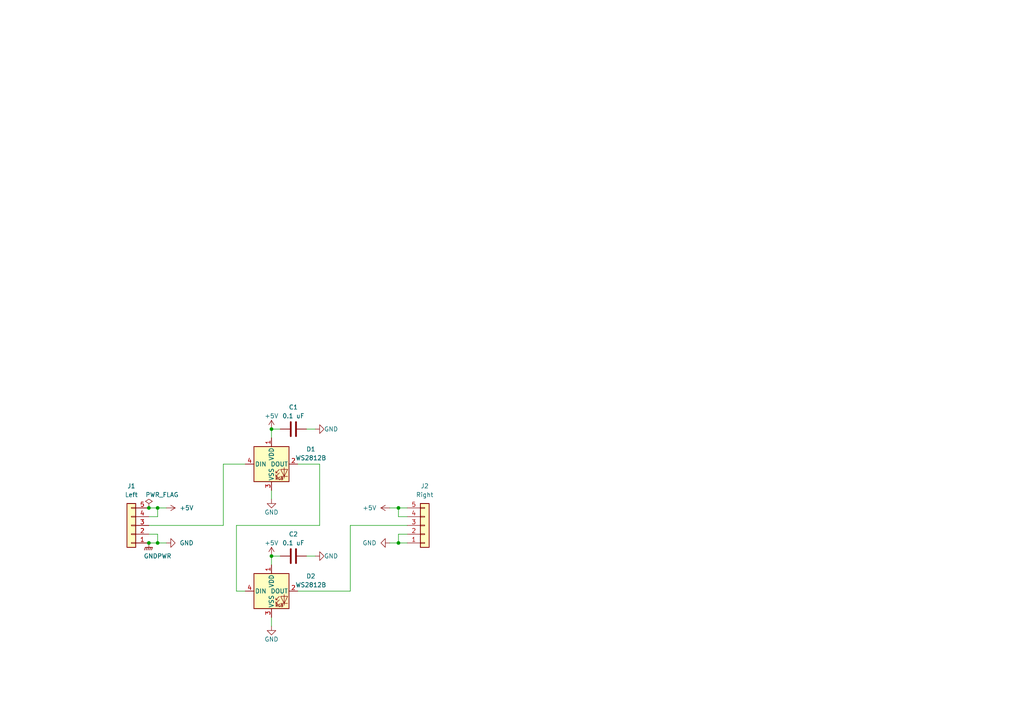
<source format=kicad_sch>
(kicad_sch (version 20211123) (generator eeschema)
  (paper "A4")
  (title_block (title "Tick Pass-Through Board") (rev "0.1"))
  (lib_symbols
    (symbol "Connector_Generic:Conn_01x05" (pin_names (offset 1.016) hide)
      (property "Reference" "J" (at 0 7.62 0))
      (property "Value" "Conn_01x05" (at 0 -7.62 0))
      (symbol "Conn_01x05_1_1"
        (rectangle (start -1.27 -4.953) (end 0 -5.207) (stroke (width 0.1524)))
        (rectangle (start -1.27 -2.413) (end 0 -2.667) (stroke (width 0.1524)))
        (rectangle (start -1.27 0.127) (end 0 -0.127) (stroke (width 0.1524)))
        (rectangle (start -1.27 2.667) (end 0 2.413) (stroke (width 0.1524)))
        (rectangle (start -1.27 5.207) (end 0 4.953) (stroke (width 0.1524)))
        (rectangle (start -1.27 6.35) (end 1.27 -6.35) (stroke (width 0.254)) (fill (type background)))
        (pin passive line (at -5.08 5.08 0) (length 3.81) (name "Pin_1") (number "1"))
        (pin passive line (at -5.08 2.54 0) (length 3.81) (name "Pin_2") (number "2"))
        (pin passive line (at -5.08 0 0) (length 3.81) (name "Pin_3") (number "3"))
        (pin passive line (at -5.08 -2.54 0) (length 3.81) (name "Pin_4") (number "4"))
        (pin passive line (at -5.08 -5.08 0) (length 3.81) (name "Pin_5") (number "5"))
      )
    )
    (symbol "Device:C" (pin_numbers hide) (pin_names (offset 0.254))
      (property "Reference" "C" (at 0.635 2.54 0))
      (property "Value" "C" (at 0.635 -2.54 0))
      (symbol "C_0_1"
        (polyline (pts (xy -2.032 -0.762) (xy 2.032 -0.762)) (stroke (width 0.508)))
        (polyline (pts (xy -2.032 0.762) (xy 2.032 0.762)) (stroke (width 0.508)))
      )
      (symbol "C_1_1"
        (pin passive line (at 0 3.81 270) (length 2.794) (name "~") (number "1"))
        (pin passive line (at 0 -3.81 90) (length 2.794) (name "~") (number "2"))
      )
    )
    (symbol "LED:WS2812B" (pin_names (offset 0.254))
      (property "Reference" "D" (at 5.08 5.715 0))
      (property "Value" "WS2812B" (at 1.27 -5.715 0))
      (symbol "WS2812B_0_0"
        (text "RGB" (at 2.286 -4.191 0) (effects (font (size 0.762 0.762))))
      )
      (symbol "WS2812B_0_1"
        (polyline (pts (xy 1.27 -3.556) (xy 1.778 -3.556)))
        (polyline (pts (xy 1.27 -2.54) (xy 1.778 -2.54)))
        (polyline (pts (xy 4.699 -3.556) (xy 2.667 -3.556)))
        (polyline (pts (xy 2.286 -2.54) (xy 1.27 -3.556) (xy 1.27 -3.048)))
        (polyline (pts (xy 2.286 -1.524) (xy 1.27 -2.54) (xy 1.27 -2.032)))
        (polyline (pts (xy 3.683 -1.016) (xy 3.683 -3.556) (xy 3.683 -4.064)))
        (polyline (pts (xy 4.699 -1.524) (xy 2.667 -1.524) (xy 3.683 -3.556) (xy 4.699 -1.524)))
        (rectangle (start 5.08 5.08) (end -5.08 -5.08) (stroke (width 0.254)) (fill (type background)))
      )
      (symbol "WS2812B_1_1"
        (pin power_in line (at 0 7.62 270) (length 2.54) (name "VDD") (number "1"))
        (pin output line (at 7.62 0 180) (length 2.54) (name "DOUT") (number "2"))
        (pin power_in line (at 0 -7.62 90) (length 2.54) (name "VSS") (number "3"))
        (pin input line (at -7.62 0 0) (length 2.54) (name "DIN") (number "4"))
      )
    )
    (symbol "power:+5V" (power) (pin_names (offset 0))
      (property "Value" "+5V" (at 0 3.556 0))
      (symbol "+5V_0_1"
        (polyline (pts (xy -0.762 1.27) (xy 0 2.54)))
        (polyline (pts (xy 0 0) (xy 0 2.54)))
        (polyline (pts (xy 0 2.54) (xy 0.762 1.27)))
      )
      (symbol "+5V_1_1"
        (pin power_in line (at 0 0 90) (length 0) hide (name "+5V") (number "1"))
      )
    )
    (symbol "power:GND" (power) (pin_names (offset 0))
      (property "Value" "GND" (at 0 -3.81 0))
      (symbol "GND_0_1"
        (polyline (pts (xy 0 0) (xy 0 -1.27) (xy 1.27 -1.27) (xy 0 -2.54) (xy -1.27 -1.27) (xy 0 -1.27)))
      )
      (symbol "GND_1_1"
        (pin power_in line (at 0 0 270) (length 0) hide (name "GND") (number "1"))
      )
    )
    (symbol "power:GNDPWR" (power) (pin_names (offset 0))
      (property "Value" "GNDPWR" (at 0 -3.302 0))
      (symbol "GNDPWR_0_1"
        (polyline (pts (xy 0 -1.27) (xy 0 0)))
        (polyline (pts (xy -1.016 -1.27) (xy -1.27 -2.032) (xy -1.27 -2.032)) (stroke (width 0.2032)))
        (polyline (pts (xy -0.508 -1.27) (xy -0.762 -2.032) (xy -0.762 -2.032)) (stroke (width 0.2032)))
        (polyline (pts (xy 0 -1.27) (xy -0.254 -2.032) (xy -0.254 -2.032)) (stroke (width 0.2032)))
        (polyline (pts (xy 0.508 -1.27) (xy 0.254 -2.032) (xy 0.254 -2.032)) (stroke (width 0.2032)))
        (polyline (pts (xy 1.016 -1.27) (xy -1.016 -1.27) (xy -1.016 -1.27)) (stroke (width 0.2032)))
        (polyline (pts (xy 1.016 -1.27) (xy 0.762 -2.032) (xy 0.762 -2.032) (xy 0.762 -2.032)) (stroke (width 0.2032)))
      )
      (symbol "GNDPWR_1_1"
        (pin power_in line (at 0 0 270) (length 0) hide (name "GNDPWR") (number "1"))
      )
    )
    (symbol "power:PWR_FLAG" (power) (pin_numbers hide) (pin_names (offset 0) hide)
      (property "Value" "PWR_FLAG" (at 0 3.81 0))
      (symbol "PWR_FLAG_0_0"
        (pin power_out line (at 0 0 90) (length 0) (name "pwr") (number "1"))
      )
      (symbol "PWR_FLAG_0_1"
        (polyline (pts (xy 0 0) (xy 0 1.27) (xy -1.016 1.905) (xy 0 2.54) (xy 1.016 1.905) (xy 0 1.27)))
      )
    )
  )
  (junction (at 43.18 157.48))
  (junction (at 115.57 147.32))
  (junction (at 45.72 147.32))
  (junction (at 45.72 157.48))
  (junction (at 115.57 157.48))
  (junction (at 43.18 147.32))
  (junction (at 78.74 161.29))
  (junction (at 78.74 124.46))
  (wire (pts (xy 43.18 149.86) (xy 45.72 149.86)))
  (wire (pts (xy 43.18 157.48) (xy 45.72 157.48)))
  (wire (pts (xy 78.74 179.07) (xy 78.74 181.61)))
  (wire (pts (xy 88.9 124.46) (xy 91.44 124.46)))
  (wire (pts (xy 101.6 152.4) (xy 118.11 152.4)))
  (wire (pts (xy 115.57 154.94) (xy 115.57 157.48)))
  (wire (pts (xy 86.36 134.62) (xy 92.71 134.62)))
  (wire (pts (xy 115.57 147.32) (xy 118.11 147.32)))
  (wire (pts (xy 64.77 152.4) (xy 64.77 134.62)))
  (wire (pts (xy 113.03 147.32) (xy 115.57 147.32)))
  (wire (pts (xy 78.74 161.29) (xy 81.28 161.29)))
  (wire (pts (xy 118.11 154.94) (xy 115.57 154.94)))
  (wire (pts (xy 43.18 154.94) (xy 45.72 154.94)))
  (wire (pts (xy 88.9 161.29) (xy 91.44 161.29)))
  (wire (pts (xy 45.72 147.32) (xy 48.26 147.32)))
  (wire (pts (xy 92.71 152.4) (xy 68.58 152.4)))
  (wire (pts (xy 86.36 171.45) (xy 101.6 171.45)))
  (wire (pts (xy 68.58 171.45) (xy 71.12 171.45)))
  (wire (pts (xy 118.11 149.86) (xy 115.57 149.86)))
  (wire (pts (xy 43.18 147.32) (xy 45.72 147.32)))
  (wire (pts (xy 101.6 171.45) (xy 101.6 152.4)))
  (wire (pts (xy 45.72 157.48) (xy 48.26 157.48)))
  (wire (pts (xy 68.58 152.4) (xy 68.58 171.45)))
  (wire (pts (xy 43.18 152.4) (xy 64.77 152.4)))
  (wire (pts (xy 115.57 157.48) (xy 118.11 157.48)))
  (wire (pts (xy 45.72 149.86) (xy 45.72 147.32)))
  (wire (pts (xy 64.77 134.62) (xy 71.12 134.62)))
  (wire (pts (xy 92.71 134.62) (xy 92.71 152.4)))
  (wire (pts (xy 78.74 142.24) (xy 78.74 144.78)))
  (wire (pts (xy 113.03 157.48) (xy 115.57 157.48)))
  (wire (pts (xy 78.74 124.46) (xy 81.28 124.46)))
  (wire (pts (xy 78.74 124.46) (xy 78.74 127)))
  (wire (pts (xy 45.72 154.94) (xy 45.72 157.48)))
  (wire (pts (xy 115.57 149.86) (xy 115.57 147.32)))
  (wire (pts (xy 78.74 161.29) (xy 78.74 163.83)))
  (symbol (lib_id "power:+5V") (at 78.74 124.46 0) (unit 1)
    (property "Reference" "#PWR03" (effects hide))
    (property "Value" "+5V" (at 78.74 120.65 0))
  )
  (symbol (lib_id "power:+5V") (at 48.26 147.32 270) (unit 1)
    (property "Reference" "#PWR01" (effects hide))
    (property "Value" "+5V" (at 52.07 147.3199 90) (effects (justify left)))
  )
  (symbol (lib_id "LED:WS2812B") (at 78.74 171.45 0) (unit 1)
    (property "Reference" "D2" (at 90.17 167.1193 0))
    (property "Value" "WS2812B" (at 90.17 169.6593 0))
    (property "Footprint" "LED_SMD:LED_WS2812B_PLCC4_5.0x5.0mm_P3.2mm" (effects hide))
    (property "Datasheet" "https://cdn-shop.adafruit.com/datasheets/WS2812B.pdf" (effects hide))
  )
  (symbol (lib_id "LED:WS2812B") (at 78.74 134.62 0) (unit 1)
    (property "Reference" "D1" (at 90.17 130.2893 0))
    (property "Value" "WS2812B" (at 90.17 132.8293 0))
    (property "Footprint" "LED_SMD:LED_WS2812B_PLCC4_5.0x5.0mm_P3.2mm" (effects hide))
    (property "Datasheet" "https://cdn-shop.adafruit.com/datasheets/WS2812B.pdf" (effects hide))
  )
  (symbol (lib_id "power:+5V") (at 78.74 161.29 0) (unit 1)
    (property "Reference" "#PWR05" (effects hide))
    (property "Value" "+5V" (at 78.74 157.48 0))
  )
  (symbol (lib_id "power:GND") (at 78.74 181.61 0) (unit 1)
    (property "Reference" "#PWR06" (effects hide))
    (property "Value" "GND" (at 78.74 185.42 0))
  )
  (symbol (lib_id "power:GND") (at 78.74 144.78 0) (unit 1)
    (property "Reference" "#PWR04" (effects hide))
    (property "Value" "GND" (at 78.74 148.59 0))
  )
  (symbol (lib_id "power:GND") (at 91.44 124.46 90) (unit 1)
    (property "Reference" "#PWR07" (effects hide))
    (property "Value" "GND" (at 93.98 124.46 90) (effects (justify right)))
  )
  (symbol (lib_id "power:PWR_FLAG") (at 43.18 147.32 0) (unit 1)
    (property "Reference" "#FLG0101" (effects hide))
    (property "Value" "PWR_FLAG" (at 46.99 143.51 0))
  )
  (symbol (lib_id "power:GNDPWR") (at 43.18 157.48 0) (unit 1)
    (property "Reference" "#PWR0101" (effects hide))
    (property "Value" "GNDPWR" (at 45.72 161.29 0))
  )
  (symbol (lib_id "Connector_Generic:Conn_01x05") (at 123.19 152.4 0) (mirror x) (unit 1)
    (property "Reference" "J2" (at 123.19 140.97 0))
    (property "Value" "Right" (at 123.19 143.51 0))
    (property "Footprint" "Connector_PinHeader_2.54mm:PinHeader_1x05_P2.54mm_Horizontal" (effects hide))
  )
  (symbol (lib_id "power:GND") (at 48.26 157.48 90) (unit 1)
    (property "Reference" "#PWR02" (effects hide))
    (property "Value" "GND" (at 52.07 157.4799 90) (effects (justify right)))
  )
  (symbol (lib_id "Device:C") (at 85.09 161.29 270) (unit 1)
    (property "Reference" "C2" (at 85.09 154.94 90))
    (property "Value" "0.1 uF" (at 85.09 157.48 90))
    (property "Footprint" "Capacitor_SMD:C_0805_2012Metric" (effects hide))
  )
  (symbol (lib_id "power:GND") (at 91.44 161.29 90) (unit 1)
    (property "Reference" "#PWR08" (effects hide))
    (property "Value" "GND" (at 93.98 161.29 90) (effects (justify right)))
  )
  (symbol (lib_id "Device:C") (at 85.09 124.46 270) (unit 1)
    (property "Reference" "C1" (at 85.09 118.11 90))
    (property "Value" "0.1 uF" (at 85.09 120.65 90))
    (property "Footprint" "Capacitor_SMD:C_0805_2012Metric" (effects hide))
  )
  (symbol (lib_id "power:GND") (at 113.03 157.48 270) (unit 1)
    (property "Reference" "#PWR010" (effects hide))
    (property "Value" "GND" (at 109.22 157.4799 90) (effects (justify right)))
  )
  (symbol (lib_id "Connector_Generic:Conn_01x05") (at 38.1 152.4 180) (unit 1)
    (property "Reference" "J1" (at 38.1 140.97 0))
    (property "Value" "Left" (at 38.1 143.51 0))
    (property "Footprint" "Connector_PinHeader_2.54mm:PinHeader_1x05_P2.54mm_Horizontal" (effects hide))
  )
  (symbol (lib_id "power:+5V") (at 113.03 147.32 90) (unit 1)
    (property "Reference" "#PWR09" (effects hide))
    (property "Value" "+5V" (at 109.22 147.3199 90) (effects (justify left)))
  )
)
</source>
